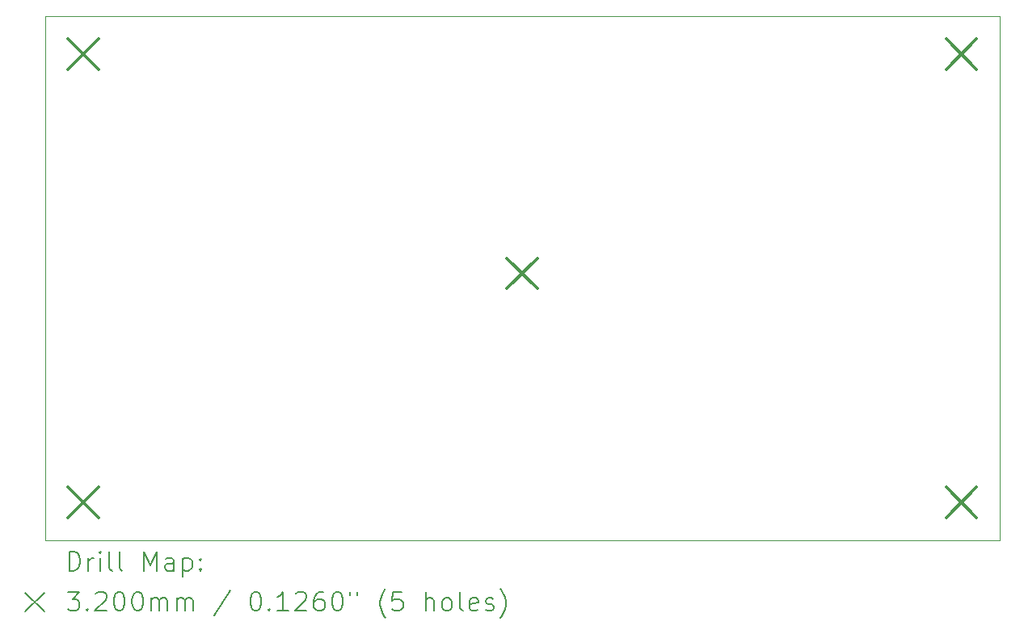
<source format=gbr>
%TF.GenerationSoftware,KiCad,Pcbnew,7.0.7*%
%TF.CreationDate,2023-09-13T19:57:05-04:00*%
%TF.ProjectId,AD831HotBoard,41443833-3148-46f7-9442-6f6172642e6b,0.1.0*%
%TF.SameCoordinates,Original*%
%TF.FileFunction,Drillmap*%
%TF.FilePolarity,Positive*%
%FSLAX45Y45*%
G04 Gerber Fmt 4.5, Leading zero omitted, Abs format (unit mm)*
G04 Created by KiCad (PCBNEW 7.0.7) date 2023-09-13 19:57:05*
%MOMM*%
%LPD*%
G01*
G04 APERTURE LIST*
%ADD10C,0.100000*%
%ADD11C,0.200000*%
%ADD12C,0.320000*%
G04 APERTURE END LIST*
D10*
X20000000Y-4000000D02*
X20000000Y-9500000D01*
X20000000Y-9500000D02*
X10000000Y-9500000D01*
X10000000Y-9500000D02*
X10000000Y-4000000D01*
X10000000Y-4000000D02*
X20000000Y-4000000D01*
D11*
D12*
X10240000Y-4240000D02*
X10560000Y-4560000D01*
X10560000Y-4240000D02*
X10240000Y-4560000D01*
X10240000Y-8940000D02*
X10560000Y-9260000D01*
X10560000Y-8940000D02*
X10240000Y-9260000D01*
X14840000Y-6540000D02*
X15160000Y-6860000D01*
X15160000Y-6540000D02*
X14840000Y-6860000D01*
X19440000Y-4240000D02*
X19760000Y-4560000D01*
X19760000Y-4240000D02*
X19440000Y-4560000D01*
X19440000Y-8940000D02*
X19760000Y-9260000D01*
X19760000Y-8940000D02*
X19440000Y-9260000D01*
D11*
X10255777Y-9816484D02*
X10255777Y-9616484D01*
X10255777Y-9616484D02*
X10303396Y-9616484D01*
X10303396Y-9616484D02*
X10331967Y-9626008D01*
X10331967Y-9626008D02*
X10351015Y-9645055D01*
X10351015Y-9645055D02*
X10360539Y-9664103D01*
X10360539Y-9664103D02*
X10370063Y-9702198D01*
X10370063Y-9702198D02*
X10370063Y-9730770D01*
X10370063Y-9730770D02*
X10360539Y-9768865D01*
X10360539Y-9768865D02*
X10351015Y-9787912D01*
X10351015Y-9787912D02*
X10331967Y-9806960D01*
X10331967Y-9806960D02*
X10303396Y-9816484D01*
X10303396Y-9816484D02*
X10255777Y-9816484D01*
X10455777Y-9816484D02*
X10455777Y-9683150D01*
X10455777Y-9721246D02*
X10465301Y-9702198D01*
X10465301Y-9702198D02*
X10474824Y-9692674D01*
X10474824Y-9692674D02*
X10493872Y-9683150D01*
X10493872Y-9683150D02*
X10512920Y-9683150D01*
X10579586Y-9816484D02*
X10579586Y-9683150D01*
X10579586Y-9616484D02*
X10570063Y-9626008D01*
X10570063Y-9626008D02*
X10579586Y-9635531D01*
X10579586Y-9635531D02*
X10589110Y-9626008D01*
X10589110Y-9626008D02*
X10579586Y-9616484D01*
X10579586Y-9616484D02*
X10579586Y-9635531D01*
X10703396Y-9816484D02*
X10684348Y-9806960D01*
X10684348Y-9806960D02*
X10674824Y-9787912D01*
X10674824Y-9787912D02*
X10674824Y-9616484D01*
X10808158Y-9816484D02*
X10789110Y-9806960D01*
X10789110Y-9806960D02*
X10779586Y-9787912D01*
X10779586Y-9787912D02*
X10779586Y-9616484D01*
X11036729Y-9816484D02*
X11036729Y-9616484D01*
X11036729Y-9616484D02*
X11103396Y-9759341D01*
X11103396Y-9759341D02*
X11170063Y-9616484D01*
X11170063Y-9616484D02*
X11170063Y-9816484D01*
X11351015Y-9816484D02*
X11351015Y-9711722D01*
X11351015Y-9711722D02*
X11341491Y-9692674D01*
X11341491Y-9692674D02*
X11322443Y-9683150D01*
X11322443Y-9683150D02*
X11284348Y-9683150D01*
X11284348Y-9683150D02*
X11265301Y-9692674D01*
X11351015Y-9806960D02*
X11331967Y-9816484D01*
X11331967Y-9816484D02*
X11284348Y-9816484D01*
X11284348Y-9816484D02*
X11265301Y-9806960D01*
X11265301Y-9806960D02*
X11255777Y-9787912D01*
X11255777Y-9787912D02*
X11255777Y-9768865D01*
X11255777Y-9768865D02*
X11265301Y-9749817D01*
X11265301Y-9749817D02*
X11284348Y-9740293D01*
X11284348Y-9740293D02*
X11331967Y-9740293D01*
X11331967Y-9740293D02*
X11351015Y-9730770D01*
X11446253Y-9683150D02*
X11446253Y-9883150D01*
X11446253Y-9692674D02*
X11465301Y-9683150D01*
X11465301Y-9683150D02*
X11503396Y-9683150D01*
X11503396Y-9683150D02*
X11522443Y-9692674D01*
X11522443Y-9692674D02*
X11531967Y-9702198D01*
X11531967Y-9702198D02*
X11541491Y-9721246D01*
X11541491Y-9721246D02*
X11541491Y-9778389D01*
X11541491Y-9778389D02*
X11531967Y-9797436D01*
X11531967Y-9797436D02*
X11522443Y-9806960D01*
X11522443Y-9806960D02*
X11503396Y-9816484D01*
X11503396Y-9816484D02*
X11465301Y-9816484D01*
X11465301Y-9816484D02*
X11446253Y-9806960D01*
X11627205Y-9797436D02*
X11636729Y-9806960D01*
X11636729Y-9806960D02*
X11627205Y-9816484D01*
X11627205Y-9816484D02*
X11617682Y-9806960D01*
X11617682Y-9806960D02*
X11627205Y-9797436D01*
X11627205Y-9797436D02*
X11627205Y-9816484D01*
X11627205Y-9692674D02*
X11636729Y-9702198D01*
X11636729Y-9702198D02*
X11627205Y-9711722D01*
X11627205Y-9711722D02*
X11617682Y-9702198D01*
X11617682Y-9702198D02*
X11627205Y-9692674D01*
X11627205Y-9692674D02*
X11627205Y-9711722D01*
X9795000Y-10045000D02*
X9995000Y-10245000D01*
X9995000Y-10045000D02*
X9795000Y-10245000D01*
X10236729Y-10036484D02*
X10360539Y-10036484D01*
X10360539Y-10036484D02*
X10293872Y-10112674D01*
X10293872Y-10112674D02*
X10322444Y-10112674D01*
X10322444Y-10112674D02*
X10341491Y-10122198D01*
X10341491Y-10122198D02*
X10351015Y-10131722D01*
X10351015Y-10131722D02*
X10360539Y-10150770D01*
X10360539Y-10150770D02*
X10360539Y-10198389D01*
X10360539Y-10198389D02*
X10351015Y-10217436D01*
X10351015Y-10217436D02*
X10341491Y-10226960D01*
X10341491Y-10226960D02*
X10322444Y-10236484D01*
X10322444Y-10236484D02*
X10265301Y-10236484D01*
X10265301Y-10236484D02*
X10246253Y-10226960D01*
X10246253Y-10226960D02*
X10236729Y-10217436D01*
X10446253Y-10217436D02*
X10455777Y-10226960D01*
X10455777Y-10226960D02*
X10446253Y-10236484D01*
X10446253Y-10236484D02*
X10436729Y-10226960D01*
X10436729Y-10226960D02*
X10446253Y-10217436D01*
X10446253Y-10217436D02*
X10446253Y-10236484D01*
X10531967Y-10055531D02*
X10541491Y-10046008D01*
X10541491Y-10046008D02*
X10560539Y-10036484D01*
X10560539Y-10036484D02*
X10608158Y-10036484D01*
X10608158Y-10036484D02*
X10627205Y-10046008D01*
X10627205Y-10046008D02*
X10636729Y-10055531D01*
X10636729Y-10055531D02*
X10646253Y-10074579D01*
X10646253Y-10074579D02*
X10646253Y-10093627D01*
X10646253Y-10093627D02*
X10636729Y-10122198D01*
X10636729Y-10122198D02*
X10522444Y-10236484D01*
X10522444Y-10236484D02*
X10646253Y-10236484D01*
X10770063Y-10036484D02*
X10789110Y-10036484D01*
X10789110Y-10036484D02*
X10808158Y-10046008D01*
X10808158Y-10046008D02*
X10817682Y-10055531D01*
X10817682Y-10055531D02*
X10827205Y-10074579D01*
X10827205Y-10074579D02*
X10836729Y-10112674D01*
X10836729Y-10112674D02*
X10836729Y-10160293D01*
X10836729Y-10160293D02*
X10827205Y-10198389D01*
X10827205Y-10198389D02*
X10817682Y-10217436D01*
X10817682Y-10217436D02*
X10808158Y-10226960D01*
X10808158Y-10226960D02*
X10789110Y-10236484D01*
X10789110Y-10236484D02*
X10770063Y-10236484D01*
X10770063Y-10236484D02*
X10751015Y-10226960D01*
X10751015Y-10226960D02*
X10741491Y-10217436D01*
X10741491Y-10217436D02*
X10731967Y-10198389D01*
X10731967Y-10198389D02*
X10722444Y-10160293D01*
X10722444Y-10160293D02*
X10722444Y-10112674D01*
X10722444Y-10112674D02*
X10731967Y-10074579D01*
X10731967Y-10074579D02*
X10741491Y-10055531D01*
X10741491Y-10055531D02*
X10751015Y-10046008D01*
X10751015Y-10046008D02*
X10770063Y-10036484D01*
X10960539Y-10036484D02*
X10979586Y-10036484D01*
X10979586Y-10036484D02*
X10998634Y-10046008D01*
X10998634Y-10046008D02*
X11008158Y-10055531D01*
X11008158Y-10055531D02*
X11017682Y-10074579D01*
X11017682Y-10074579D02*
X11027205Y-10112674D01*
X11027205Y-10112674D02*
X11027205Y-10160293D01*
X11027205Y-10160293D02*
X11017682Y-10198389D01*
X11017682Y-10198389D02*
X11008158Y-10217436D01*
X11008158Y-10217436D02*
X10998634Y-10226960D01*
X10998634Y-10226960D02*
X10979586Y-10236484D01*
X10979586Y-10236484D02*
X10960539Y-10236484D01*
X10960539Y-10236484D02*
X10941491Y-10226960D01*
X10941491Y-10226960D02*
X10931967Y-10217436D01*
X10931967Y-10217436D02*
X10922444Y-10198389D01*
X10922444Y-10198389D02*
X10912920Y-10160293D01*
X10912920Y-10160293D02*
X10912920Y-10112674D01*
X10912920Y-10112674D02*
X10922444Y-10074579D01*
X10922444Y-10074579D02*
X10931967Y-10055531D01*
X10931967Y-10055531D02*
X10941491Y-10046008D01*
X10941491Y-10046008D02*
X10960539Y-10036484D01*
X11112920Y-10236484D02*
X11112920Y-10103150D01*
X11112920Y-10122198D02*
X11122444Y-10112674D01*
X11122444Y-10112674D02*
X11141491Y-10103150D01*
X11141491Y-10103150D02*
X11170063Y-10103150D01*
X11170063Y-10103150D02*
X11189110Y-10112674D01*
X11189110Y-10112674D02*
X11198634Y-10131722D01*
X11198634Y-10131722D02*
X11198634Y-10236484D01*
X11198634Y-10131722D02*
X11208158Y-10112674D01*
X11208158Y-10112674D02*
X11227205Y-10103150D01*
X11227205Y-10103150D02*
X11255777Y-10103150D01*
X11255777Y-10103150D02*
X11274824Y-10112674D01*
X11274824Y-10112674D02*
X11284348Y-10131722D01*
X11284348Y-10131722D02*
X11284348Y-10236484D01*
X11379586Y-10236484D02*
X11379586Y-10103150D01*
X11379586Y-10122198D02*
X11389110Y-10112674D01*
X11389110Y-10112674D02*
X11408158Y-10103150D01*
X11408158Y-10103150D02*
X11436729Y-10103150D01*
X11436729Y-10103150D02*
X11455777Y-10112674D01*
X11455777Y-10112674D02*
X11465301Y-10131722D01*
X11465301Y-10131722D02*
X11465301Y-10236484D01*
X11465301Y-10131722D02*
X11474824Y-10112674D01*
X11474824Y-10112674D02*
X11493872Y-10103150D01*
X11493872Y-10103150D02*
X11522443Y-10103150D01*
X11522443Y-10103150D02*
X11541491Y-10112674D01*
X11541491Y-10112674D02*
X11551015Y-10131722D01*
X11551015Y-10131722D02*
X11551015Y-10236484D01*
X11941491Y-10026960D02*
X11770063Y-10284103D01*
X12198634Y-10036484D02*
X12217682Y-10036484D01*
X12217682Y-10036484D02*
X12236729Y-10046008D01*
X12236729Y-10046008D02*
X12246253Y-10055531D01*
X12246253Y-10055531D02*
X12255777Y-10074579D01*
X12255777Y-10074579D02*
X12265301Y-10112674D01*
X12265301Y-10112674D02*
X12265301Y-10160293D01*
X12265301Y-10160293D02*
X12255777Y-10198389D01*
X12255777Y-10198389D02*
X12246253Y-10217436D01*
X12246253Y-10217436D02*
X12236729Y-10226960D01*
X12236729Y-10226960D02*
X12217682Y-10236484D01*
X12217682Y-10236484D02*
X12198634Y-10236484D01*
X12198634Y-10236484D02*
X12179586Y-10226960D01*
X12179586Y-10226960D02*
X12170063Y-10217436D01*
X12170063Y-10217436D02*
X12160539Y-10198389D01*
X12160539Y-10198389D02*
X12151015Y-10160293D01*
X12151015Y-10160293D02*
X12151015Y-10112674D01*
X12151015Y-10112674D02*
X12160539Y-10074579D01*
X12160539Y-10074579D02*
X12170063Y-10055531D01*
X12170063Y-10055531D02*
X12179586Y-10046008D01*
X12179586Y-10046008D02*
X12198634Y-10036484D01*
X12351015Y-10217436D02*
X12360539Y-10226960D01*
X12360539Y-10226960D02*
X12351015Y-10236484D01*
X12351015Y-10236484D02*
X12341491Y-10226960D01*
X12341491Y-10226960D02*
X12351015Y-10217436D01*
X12351015Y-10217436D02*
X12351015Y-10236484D01*
X12551015Y-10236484D02*
X12436729Y-10236484D01*
X12493872Y-10236484D02*
X12493872Y-10036484D01*
X12493872Y-10036484D02*
X12474825Y-10065055D01*
X12474825Y-10065055D02*
X12455777Y-10084103D01*
X12455777Y-10084103D02*
X12436729Y-10093627D01*
X12627206Y-10055531D02*
X12636729Y-10046008D01*
X12636729Y-10046008D02*
X12655777Y-10036484D01*
X12655777Y-10036484D02*
X12703396Y-10036484D01*
X12703396Y-10036484D02*
X12722444Y-10046008D01*
X12722444Y-10046008D02*
X12731967Y-10055531D01*
X12731967Y-10055531D02*
X12741491Y-10074579D01*
X12741491Y-10074579D02*
X12741491Y-10093627D01*
X12741491Y-10093627D02*
X12731967Y-10122198D01*
X12731967Y-10122198D02*
X12617682Y-10236484D01*
X12617682Y-10236484D02*
X12741491Y-10236484D01*
X12912920Y-10036484D02*
X12874825Y-10036484D01*
X12874825Y-10036484D02*
X12855777Y-10046008D01*
X12855777Y-10046008D02*
X12846253Y-10055531D01*
X12846253Y-10055531D02*
X12827206Y-10084103D01*
X12827206Y-10084103D02*
X12817682Y-10122198D01*
X12817682Y-10122198D02*
X12817682Y-10198389D01*
X12817682Y-10198389D02*
X12827206Y-10217436D01*
X12827206Y-10217436D02*
X12836729Y-10226960D01*
X12836729Y-10226960D02*
X12855777Y-10236484D01*
X12855777Y-10236484D02*
X12893872Y-10236484D01*
X12893872Y-10236484D02*
X12912920Y-10226960D01*
X12912920Y-10226960D02*
X12922444Y-10217436D01*
X12922444Y-10217436D02*
X12931967Y-10198389D01*
X12931967Y-10198389D02*
X12931967Y-10150770D01*
X12931967Y-10150770D02*
X12922444Y-10131722D01*
X12922444Y-10131722D02*
X12912920Y-10122198D01*
X12912920Y-10122198D02*
X12893872Y-10112674D01*
X12893872Y-10112674D02*
X12855777Y-10112674D01*
X12855777Y-10112674D02*
X12836729Y-10122198D01*
X12836729Y-10122198D02*
X12827206Y-10131722D01*
X12827206Y-10131722D02*
X12817682Y-10150770D01*
X13055777Y-10036484D02*
X13074825Y-10036484D01*
X13074825Y-10036484D02*
X13093872Y-10046008D01*
X13093872Y-10046008D02*
X13103396Y-10055531D01*
X13103396Y-10055531D02*
X13112920Y-10074579D01*
X13112920Y-10074579D02*
X13122444Y-10112674D01*
X13122444Y-10112674D02*
X13122444Y-10160293D01*
X13122444Y-10160293D02*
X13112920Y-10198389D01*
X13112920Y-10198389D02*
X13103396Y-10217436D01*
X13103396Y-10217436D02*
X13093872Y-10226960D01*
X13093872Y-10226960D02*
X13074825Y-10236484D01*
X13074825Y-10236484D02*
X13055777Y-10236484D01*
X13055777Y-10236484D02*
X13036729Y-10226960D01*
X13036729Y-10226960D02*
X13027206Y-10217436D01*
X13027206Y-10217436D02*
X13017682Y-10198389D01*
X13017682Y-10198389D02*
X13008158Y-10160293D01*
X13008158Y-10160293D02*
X13008158Y-10112674D01*
X13008158Y-10112674D02*
X13017682Y-10074579D01*
X13017682Y-10074579D02*
X13027206Y-10055531D01*
X13027206Y-10055531D02*
X13036729Y-10046008D01*
X13036729Y-10046008D02*
X13055777Y-10036484D01*
X13198634Y-10036484D02*
X13198634Y-10074579D01*
X13274825Y-10036484D02*
X13274825Y-10074579D01*
X13570063Y-10312674D02*
X13560539Y-10303150D01*
X13560539Y-10303150D02*
X13541491Y-10274579D01*
X13541491Y-10274579D02*
X13531968Y-10255531D01*
X13531968Y-10255531D02*
X13522444Y-10226960D01*
X13522444Y-10226960D02*
X13512920Y-10179341D01*
X13512920Y-10179341D02*
X13512920Y-10141246D01*
X13512920Y-10141246D02*
X13522444Y-10093627D01*
X13522444Y-10093627D02*
X13531968Y-10065055D01*
X13531968Y-10065055D02*
X13541491Y-10046008D01*
X13541491Y-10046008D02*
X13560539Y-10017436D01*
X13560539Y-10017436D02*
X13570063Y-10007912D01*
X13741491Y-10036484D02*
X13646253Y-10036484D01*
X13646253Y-10036484D02*
X13636729Y-10131722D01*
X13636729Y-10131722D02*
X13646253Y-10122198D01*
X13646253Y-10122198D02*
X13665301Y-10112674D01*
X13665301Y-10112674D02*
X13712920Y-10112674D01*
X13712920Y-10112674D02*
X13731968Y-10122198D01*
X13731968Y-10122198D02*
X13741491Y-10131722D01*
X13741491Y-10131722D02*
X13751015Y-10150770D01*
X13751015Y-10150770D02*
X13751015Y-10198389D01*
X13751015Y-10198389D02*
X13741491Y-10217436D01*
X13741491Y-10217436D02*
X13731968Y-10226960D01*
X13731968Y-10226960D02*
X13712920Y-10236484D01*
X13712920Y-10236484D02*
X13665301Y-10236484D01*
X13665301Y-10236484D02*
X13646253Y-10226960D01*
X13646253Y-10226960D02*
X13636729Y-10217436D01*
X13989110Y-10236484D02*
X13989110Y-10036484D01*
X14074825Y-10236484D02*
X14074825Y-10131722D01*
X14074825Y-10131722D02*
X14065301Y-10112674D01*
X14065301Y-10112674D02*
X14046253Y-10103150D01*
X14046253Y-10103150D02*
X14017682Y-10103150D01*
X14017682Y-10103150D02*
X13998634Y-10112674D01*
X13998634Y-10112674D02*
X13989110Y-10122198D01*
X14198634Y-10236484D02*
X14179587Y-10226960D01*
X14179587Y-10226960D02*
X14170063Y-10217436D01*
X14170063Y-10217436D02*
X14160539Y-10198389D01*
X14160539Y-10198389D02*
X14160539Y-10141246D01*
X14160539Y-10141246D02*
X14170063Y-10122198D01*
X14170063Y-10122198D02*
X14179587Y-10112674D01*
X14179587Y-10112674D02*
X14198634Y-10103150D01*
X14198634Y-10103150D02*
X14227206Y-10103150D01*
X14227206Y-10103150D02*
X14246253Y-10112674D01*
X14246253Y-10112674D02*
X14255777Y-10122198D01*
X14255777Y-10122198D02*
X14265301Y-10141246D01*
X14265301Y-10141246D02*
X14265301Y-10198389D01*
X14265301Y-10198389D02*
X14255777Y-10217436D01*
X14255777Y-10217436D02*
X14246253Y-10226960D01*
X14246253Y-10226960D02*
X14227206Y-10236484D01*
X14227206Y-10236484D02*
X14198634Y-10236484D01*
X14379587Y-10236484D02*
X14360539Y-10226960D01*
X14360539Y-10226960D02*
X14351015Y-10207912D01*
X14351015Y-10207912D02*
X14351015Y-10036484D01*
X14531968Y-10226960D02*
X14512920Y-10236484D01*
X14512920Y-10236484D02*
X14474825Y-10236484D01*
X14474825Y-10236484D02*
X14455777Y-10226960D01*
X14455777Y-10226960D02*
X14446253Y-10207912D01*
X14446253Y-10207912D02*
X14446253Y-10131722D01*
X14446253Y-10131722D02*
X14455777Y-10112674D01*
X14455777Y-10112674D02*
X14474825Y-10103150D01*
X14474825Y-10103150D02*
X14512920Y-10103150D01*
X14512920Y-10103150D02*
X14531968Y-10112674D01*
X14531968Y-10112674D02*
X14541491Y-10131722D01*
X14541491Y-10131722D02*
X14541491Y-10150770D01*
X14541491Y-10150770D02*
X14446253Y-10169817D01*
X14617682Y-10226960D02*
X14636730Y-10236484D01*
X14636730Y-10236484D02*
X14674825Y-10236484D01*
X14674825Y-10236484D02*
X14693872Y-10226960D01*
X14693872Y-10226960D02*
X14703396Y-10207912D01*
X14703396Y-10207912D02*
X14703396Y-10198389D01*
X14703396Y-10198389D02*
X14693872Y-10179341D01*
X14693872Y-10179341D02*
X14674825Y-10169817D01*
X14674825Y-10169817D02*
X14646253Y-10169817D01*
X14646253Y-10169817D02*
X14627206Y-10160293D01*
X14627206Y-10160293D02*
X14617682Y-10141246D01*
X14617682Y-10141246D02*
X14617682Y-10131722D01*
X14617682Y-10131722D02*
X14627206Y-10112674D01*
X14627206Y-10112674D02*
X14646253Y-10103150D01*
X14646253Y-10103150D02*
X14674825Y-10103150D01*
X14674825Y-10103150D02*
X14693872Y-10112674D01*
X14770063Y-10312674D02*
X14779587Y-10303150D01*
X14779587Y-10303150D02*
X14798634Y-10274579D01*
X14798634Y-10274579D02*
X14808158Y-10255531D01*
X14808158Y-10255531D02*
X14817682Y-10226960D01*
X14817682Y-10226960D02*
X14827206Y-10179341D01*
X14827206Y-10179341D02*
X14827206Y-10141246D01*
X14827206Y-10141246D02*
X14817682Y-10093627D01*
X14817682Y-10093627D02*
X14808158Y-10065055D01*
X14808158Y-10065055D02*
X14798634Y-10046008D01*
X14798634Y-10046008D02*
X14779587Y-10017436D01*
X14779587Y-10017436D02*
X14770063Y-10007912D01*
M02*

</source>
